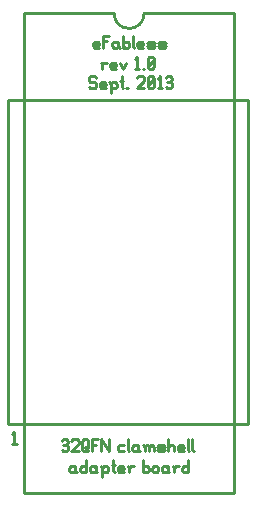
<source format=gbr>
G04 start of page 7 for group -4079 idx -4079 *
G04 Title: (unknown), topsilk *
G04 Creator: pcb 1.99z *
G04 CreationDate: Fri Sep 27 15:24:46 2013 UTC *
G04 For: tim *
G04 Format: Gerber/RS-274X *
G04 PCB-Dimensions (mil): 810.00 1660.00 *
G04 PCB-Coordinate-Origin: lower left *
%MOIN*%
%FSLAX25Y25*%
%LNTOPSILK*%
%ADD50C,0.0100*%
G54D50*X18500Y18000D02*X19000Y18500D01*
X20000D01*
X20500Y18000D01*
X20000Y14500D02*X20500Y15000D01*
X19000Y14500D02*X20000D01*
X18500Y15000D02*X19000Y14500D01*
Y16700D02*X20000D01*
X20500Y18000D02*Y17200D01*
Y16200D02*Y15000D01*
Y16200D02*X20000Y16700D01*
X20500Y17200D02*X20000Y16700D01*
X21700Y18000D02*X22200Y18500D01*
X23700D01*
X24200Y18000D01*
Y17000D01*
X21700Y14500D02*X24200Y17000D01*
X21700Y14500D02*X24200D01*
X25400Y18000D02*Y15000D01*
Y18000D02*X25900Y18500D01*
X26900D01*
X27400Y18000D01*
Y15500D01*
X26400Y14500D02*X27400Y15500D01*
X25900Y14500D02*X26400D01*
X25400Y15000D02*X25900Y14500D01*
X26400Y16000D02*X27400Y14500D01*
X28600Y18500D02*Y14500D01*
Y18500D02*X30600D01*
X28600Y16700D02*X30100D01*
X31800Y18500D02*Y14500D01*
Y18500D02*X34300Y14500D01*
Y18500D02*Y14500D01*
X37800Y16500D02*X39300D01*
X37300Y16000D02*X37800Y16500D01*
X37300Y16000D02*Y15000D01*
X37800Y14500D01*
X39300D01*
X40500Y18500D02*Y15000D01*
X41000Y14500D01*
X43500Y16500D02*X44000Y16000D01*
X42500Y16500D02*X43500D01*
X42000Y16000D02*X42500Y16500D01*
X42000Y16000D02*Y15000D01*
X42500Y14500D01*
X44000Y16500D02*Y15000D01*
X44500Y14500D01*
X42500D02*X43500D01*
X44000Y15000D01*
X46200Y16000D02*Y14500D01*
Y16000D02*X46700Y16500D01*
X47200D01*
X47700Y16000D01*
Y14500D01*
Y16000D02*X48200Y16500D01*
X48700D01*
X49200Y16000D01*
Y14500D01*
X45700Y16500D02*X46200Y16000D01*
X50900Y14500D02*X52400D01*
X52900Y15000D01*
X52400Y15500D02*X52900Y15000D01*
X50900Y15500D02*X52400D01*
X50400Y16000D02*X50900Y15500D01*
X50400Y16000D02*X50900Y16500D01*
X52400D01*
X52900Y16000D01*
X50400Y15000D02*X50900Y14500D01*
X54100Y18500D02*Y14500D01*
Y16000D02*X54600Y16500D01*
X55600D01*
X56100Y16000D01*
Y14500D01*
X57800D02*X59300D01*
X57300Y15000D02*X57800Y14500D01*
X57300Y16000D02*Y15000D01*
Y16000D02*X57800Y16500D01*
X58800D01*
X59300Y16000D01*
X57300Y15500D02*X59300D01*
Y16000D02*Y15500D01*
X60500Y18500D02*Y15000D01*
X61000Y14500D01*
X62000Y18500D02*Y15000D01*
X62500Y14500D01*
X22500Y9500D02*X23000Y9000D01*
X21500Y9500D02*X22500D01*
X21000Y9000D02*X21500Y9500D01*
X21000Y9000D02*Y8000D01*
X21500Y7500D01*
X23000Y9500D02*Y8000D01*
X23500Y7500D01*
X21500D02*X22500D01*
X23000Y8000D01*
X26700Y11500D02*Y7500D01*
X26200D02*X26700Y8000D01*
X25200Y7500D02*X26200D01*
X24700Y8000D02*X25200Y7500D01*
X24700Y9000D02*Y8000D01*
Y9000D02*X25200Y9500D01*
X26200D01*
X26700Y9000D01*
X29400Y9500D02*X29900Y9000D01*
X28400Y9500D02*X29400D01*
X27900Y9000D02*X28400Y9500D01*
X27900Y9000D02*Y8000D01*
X28400Y7500D01*
X29900Y9500D02*Y8000D01*
X30400Y7500D01*
X28400D02*X29400D01*
X29900Y8000D01*
X32100Y9000D02*Y6000D01*
X31600Y9500D02*X32100Y9000D01*
X32600Y9500D01*
X33600D01*
X34100Y9000D01*
Y8000D01*
X33600Y7500D02*X34100Y8000D01*
X32600Y7500D02*X33600D01*
X32100Y8000D02*X32600Y7500D01*
X35800Y11500D02*Y8000D01*
X36300Y7500D01*
X35300Y10000D02*X36300D01*
X37800Y7500D02*X39300D01*
X37300Y8000D02*X37800Y7500D01*
X37300Y9000D02*Y8000D01*
Y9000D02*X37800Y9500D01*
X38800D01*
X39300Y9000D01*
X37300Y8500D02*X39300D01*
Y9000D02*Y8500D01*
X41000Y9000D02*Y7500D01*
Y9000D02*X41500Y9500D01*
X42500D01*
X40500D02*X41000Y9000D01*
X45500Y11500D02*Y7500D01*
Y8000D02*X46000Y7500D01*
X47000D01*
X47500Y8000D01*
Y9000D02*Y8000D01*
X47000Y9500D02*X47500Y9000D01*
X46000Y9500D02*X47000D01*
X45500Y9000D02*X46000Y9500D01*
X48700Y9000D02*Y8000D01*
Y9000D02*X49200Y9500D01*
X50200D01*
X50700Y9000D01*
Y8000D01*
X50200Y7500D02*X50700Y8000D01*
X49200Y7500D02*X50200D01*
X48700Y8000D02*X49200Y7500D01*
X53400Y9500D02*X53900Y9000D01*
X52400Y9500D02*X53400D01*
X51900Y9000D02*X52400Y9500D01*
X51900Y9000D02*Y8000D01*
X52400Y7500D01*
X53900Y9500D02*Y8000D01*
X54400Y7500D01*
X52400D02*X53400D01*
X53900Y8000D01*
X56100Y9000D02*Y7500D01*
Y9000D02*X56600Y9500D01*
X57600D01*
X55600D02*X56100Y9000D01*
X60800Y11500D02*Y7500D01*
X60300D02*X60800Y8000D01*
X59300Y7500D02*X60300D01*
X58800Y8000D02*X59300Y7500D01*
X58800Y9000D02*Y8000D01*
Y9000D02*X59300Y9500D01*
X60300D01*
X60800Y9000D01*
X29500Y149000D02*X31000D01*
X29000Y149500D02*X29500Y149000D01*
X29000Y150500D02*Y149500D01*
Y150500D02*X29500Y151000D01*
X30500D01*
X31000Y150500D01*
X29000Y150000D02*X31000D01*
Y150500D02*Y150000D01*
X32200Y153000D02*Y149000D01*
Y153000D02*X34200D01*
X32200Y151200D02*X33700D01*
X36900Y151000D02*X37400Y150500D01*
X35900Y151000D02*X36900D01*
X35400Y150500D02*X35900Y151000D01*
X35400Y150500D02*Y149500D01*
X35900Y149000D01*
X37400Y151000D02*Y149500D01*
X37900Y149000D01*
X35900D02*X36900D01*
X37400Y149500D01*
X39100Y153000D02*Y149000D01*
Y149500D02*X39600Y149000D01*
X40600D01*
X41100Y149500D01*
Y150500D02*Y149500D01*
X40600Y151000D02*X41100Y150500D01*
X39600Y151000D02*X40600D01*
X39100Y150500D02*X39600Y151000D01*
X42300Y153000D02*Y149500D01*
X42800Y149000D01*
X44300D02*X45800D01*
X43800Y149500D02*X44300Y149000D01*
X43800Y150500D02*Y149500D01*
Y150500D02*X44300Y151000D01*
X45300D01*
X45800Y150500D01*
X43800Y150000D02*X45800D01*
Y150500D02*Y150000D01*
X47500Y149000D02*X49000D01*
X49500Y149500D01*
X49000Y150000D02*X49500Y149500D01*
X47500Y150000D02*X49000D01*
X47000Y150500D02*X47500Y150000D01*
X47000Y150500D02*X47500Y151000D01*
X49000D01*
X49500Y150500D01*
X47000Y149500D02*X47500Y149000D01*
X51200D02*X52700D01*
X53200Y149500D01*
X52700Y150000D02*X53200Y149500D01*
X51200Y150000D02*X52700D01*
X50700Y150500D02*X51200Y150000D01*
X50700Y150500D02*X51200Y151000D01*
X52700D01*
X53200Y150500D01*
X50700Y149500D02*X51200Y149000D01*
X32000Y143500D02*Y142000D01*
Y143500D02*X32500Y144000D01*
X33500D01*
X31500D02*X32000Y143500D01*
X35200Y142000D02*X36700D01*
X34700Y142500D02*X35200Y142000D01*
X34700Y143500D02*Y142500D01*
Y143500D02*X35200Y144000D01*
X36200D01*
X36700Y143500D01*
X34700Y143000D02*X36700D01*
Y143500D02*Y143000D01*
X37900Y144000D02*X38900Y142000D01*
X39900Y144000D02*X38900Y142000D01*
X42900Y145200D02*X43700Y146000D01*
Y142000D01*
X42900D02*X44400D01*
X45600D02*X46100D01*
X47300Y142500D02*X47800Y142000D01*
X47300Y145500D02*Y142500D01*
Y145500D02*X47800Y146000D01*
X48800D01*
X49300Y145500D01*
Y142500D01*
X48800Y142000D02*X49300Y142500D01*
X47800Y142000D02*X48800D01*
X47300Y143000D02*X49300Y145000D01*
X29500Y139500D02*X30000Y139000D01*
X28000Y139500D02*X29500D01*
X27500Y139000D02*X28000Y139500D01*
X27500Y139000D02*Y138000D01*
X28000Y137500D01*
X29500D01*
X30000Y137000D01*
Y136000D01*
X29500Y135500D02*X30000Y136000D01*
X28000Y135500D02*X29500D01*
X27500Y136000D02*X28000Y135500D01*
X31700D02*X33200D01*
X31200Y136000D02*X31700Y135500D01*
X31200Y137000D02*Y136000D01*
Y137000D02*X31700Y137500D01*
X32700D01*
X33200Y137000D01*
X31200Y136500D02*X33200D01*
Y137000D02*Y136500D01*
X34900Y137000D02*Y134000D01*
X34400Y137500D02*X34900Y137000D01*
X35400Y137500D01*
X36400D01*
X36900Y137000D01*
Y136000D01*
X36400Y135500D02*X36900Y136000D01*
X35400Y135500D02*X36400D01*
X34900Y136000D02*X35400Y135500D01*
X38600Y139500D02*Y136000D01*
X39100Y135500D01*
X38100Y138000D02*X39100D01*
X40100Y135500D02*X40600D01*
X43600Y139000D02*X44100Y139500D01*
X45600D01*
X46100Y139000D01*
Y138000D01*
X43600Y135500D02*X46100Y138000D01*
X43600Y135500D02*X46100D01*
X47300Y136000D02*X47800Y135500D01*
X47300Y139000D02*Y136000D01*
Y139000D02*X47800Y139500D01*
X48800D01*
X49300Y139000D01*
Y136000D01*
X48800Y135500D02*X49300Y136000D01*
X47800Y135500D02*X48800D01*
X47300Y136500D02*X49300Y138500D01*
X50500Y138700D02*X51300Y139500D01*
Y135500D01*
X50500D02*X52000D01*
X53200Y139000D02*X53700Y139500D01*
X54700D01*
X55200Y139000D01*
X54700Y135500D02*X55200Y136000D01*
X53700Y135500D02*X54700D01*
X53200Y136000D02*X53700Y135500D01*
Y137700D02*X54700D01*
X55200Y139000D02*Y138200D01*
Y137200D02*Y136000D01*
Y137200D02*X54700Y137700D01*
X55200Y138200D02*X54700Y137700D01*
X2000Y20200D02*X2800Y21000D01*
Y17000D01*
X2000D02*X3500D01*
X80500Y131500D02*Y23500D01*
X500Y131500D02*Y23500D01*
Y131500D02*X80500D01*
X500Y23500D02*X80500D01*
X6000Y160500D02*Y500D01*
X76000D01*
Y160500D01*
X6000D02*X36000D01*
X46000D02*X76000D01*
X36000D02*G75*G03X46000Y160500I5000J0D01*G01*
M02*

</source>
